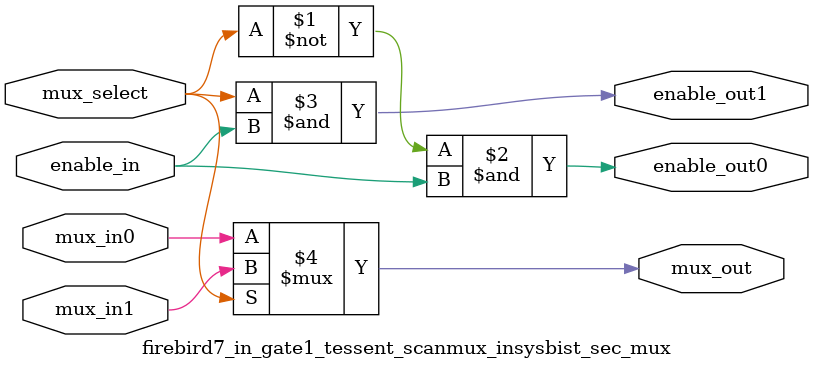
<source format=sv>

module firebird7_in_gate1_tessent_scanmux_insysbist_sec_mux (
  input wire mux_in0,
  input wire mux_in1,
  output wire mux_out,
  input wire mux_select,
  input wire enable_in,
  output wire enable_out0,
  output wire enable_out1
);
  assign enable_out0     = ~mux_select & enable_in;
  assign enable_out1     =  mux_select & enable_in;
 
  assign mux_out         = mux_select ? mux_in1 : mux_in0;
 
endmodule

</source>
